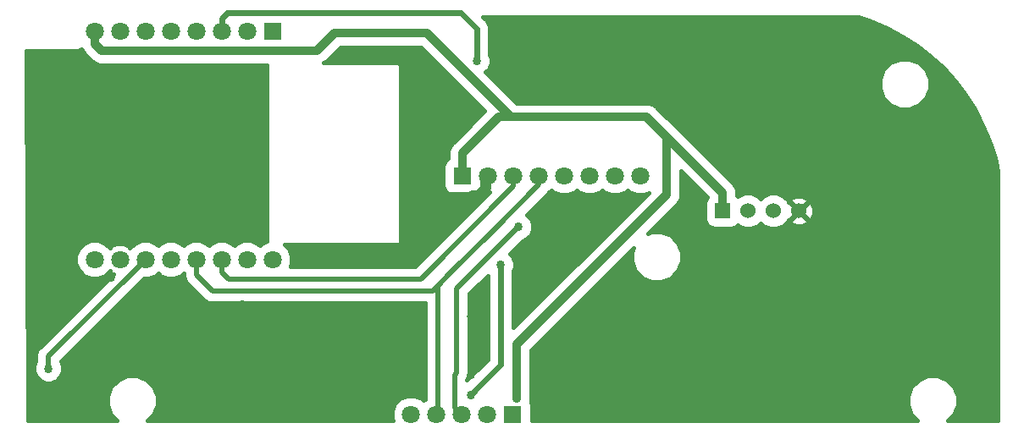
<source format=gbl>
G04 #@! TF.GenerationSoftware,KiCad,Pcbnew,5.0.0-rc2-be01b52~65~ubuntu16.04.1*
G04 #@! TF.CreationDate,2018-06-25T12:20:31+02:00*
G04 #@! TF.ProjectId,Firefly,46697265666C792E6B696361645F7063,rev?*
G04 #@! TF.SameCoordinates,Original*
G04 #@! TF.FileFunction,Copper,L2,Bot,Signal*
G04 #@! TF.FilePolarity,Positive*
%FSLAX46Y46*%
G04 Gerber Fmt 4.6, Leading zero omitted, Abs format (unit mm)*
G04 Created by KiCad (PCBNEW 5.0.0-rc2-be01b52~65~ubuntu16.04.1) date Mon Jun 25 12:20:31 2018*
%MOMM*%
%LPD*%
G01*
G04 APERTURE LIST*
G04 #@! TA.AperFunction,ComponentPad*
%ADD10C,1.800000*%
G04 #@! TD*
G04 #@! TA.AperFunction,ComponentPad*
%ADD11R,1.800000X1.800000*%
G04 #@! TD*
G04 #@! TA.AperFunction,ComponentPad*
%ADD12R,1.524000X1.524000*%
G04 #@! TD*
G04 #@! TA.AperFunction,ComponentPad*
%ADD13C,1.524000*%
G04 #@! TD*
G04 #@! TA.AperFunction,ViaPad*
%ADD14C,0.863600*%
G04 #@! TD*
G04 #@! TA.AperFunction,Conductor*
%ADD15C,0.812800*%
G04 #@! TD*
G04 #@! TA.AperFunction,Conductor*
%ADD16C,0.609600*%
G04 #@! TD*
G04 #@! TA.AperFunction,Conductor*
%ADD17C,0.508000*%
G04 #@! TD*
G04 #@! TA.AperFunction,Conductor*
%ADD18C,0.400000*%
G04 #@! TD*
G04 APERTURE END LIST*
D10*
G04 #@! TO.P,MD1,5*
G04 #@! TO.N,Net-(MD1-Pad5)*
X139840000Y-140400000D03*
G04 #@! TO.P,MD1,4*
G04 #@! TO.N,/SDA*
X142380000Y-140400000D03*
G04 #@! TO.P,MD1,3*
G04 #@! TO.N,/SCL*
X144920000Y-140400000D03*
G04 #@! TO.P,MD1,2*
G04 #@! TO.N,GND*
X147460000Y-140400000D03*
D11*
G04 #@! TO.P,MD1,1*
G04 #@! TO.N,+3V3*
X150000000Y-140400000D03*
G04 #@! TD*
D10*
G04 #@! TO.P,MD2,8*
G04 #@! TO.N,Net-(MD2-Pad8)*
X162780000Y-116500000D03*
G04 #@! TO.P,MD2,7*
G04 #@! TO.N,Net-(MD2-Pad7)*
X160240000Y-116500000D03*
G04 #@! TO.P,MD2,6*
G04 #@! TO.N,Net-(MD2-Pad6)*
X157700000Y-116500000D03*
G04 #@! TO.P,MD2,5*
G04 #@! TO.N,Net-(MD2-Pad5)*
X155160000Y-116500000D03*
G04 #@! TO.P,MD2,4*
G04 #@! TO.N,/SDA*
X152620000Y-116500000D03*
G04 #@! TO.P,MD2,3*
G04 #@! TO.N,/SCL*
X150080000Y-116500000D03*
G04 #@! TO.P,MD2,2*
G04 #@! TO.N,GND*
X147540000Y-116500000D03*
D11*
G04 #@! TO.P,MD2,1*
G04 #@! TO.N,+3V3*
X145000000Y-116500000D03*
G04 #@! TD*
D12*
G04 #@! TO.P,U1,1*
G04 #@! TO.N,+3V3*
X171000000Y-120000000D03*
D13*
G04 #@! TO.P,U1,2*
G04 #@! TO.N,/D6*
X173540000Y-120000000D03*
G04 #@! TO.P,U1,3*
G04 #@! TO.N,N/C*
X176080000Y-120000000D03*
G04 #@! TO.P,U1,4*
G04 #@! TO.N,GND*
X178620000Y-120000000D03*
G04 #@! TD*
D11*
G04 #@! TO.P,U2,1*
G04 #@! TO.N,Net-(U2-Pad1)*
X126000000Y-102000000D03*
D10*
G04 #@! TO.P,U2,2*
G04 #@! TO.N,Net-(U2-Pad2)*
X123460000Y-102000000D03*
G04 #@! TO.P,U2,3*
G04 #@! TO.N,Net-(C3-Pad1)*
X120920000Y-102000000D03*
G04 #@! TO.P,U2,4*
G04 #@! TO.N,Net-(U2-Pad4)*
X118380000Y-102000000D03*
G04 #@! TO.P,U2,5*
G04 #@! TO.N,/D6*
X115840000Y-102000000D03*
G04 #@! TO.P,U2,6*
G04 #@! TO.N,Net-(MD2-Pad7)*
X113300000Y-102000000D03*
G04 #@! TO.P,U2,7*
G04 #@! TO.N,Net-(MD2-Pad6)*
X110760000Y-102000000D03*
G04 #@! TO.P,U2,8*
G04 #@! TO.N,+3V3*
X108220000Y-102000000D03*
G04 #@! TO.P,U2,16*
G04 #@! TO.N,Net-(U2-Pad16)*
X126000000Y-124860000D03*
G04 #@! TO.P,U2,15*
G04 #@! TO.N,N/C*
X123460000Y-124860000D03*
G04 #@! TO.P,U2,14*
G04 #@! TO.N,/SCL*
X120920000Y-124860000D03*
G04 #@! TO.P,U2,13*
G04 #@! TO.N,/SDA*
X118380000Y-124860000D03*
G04 #@! TO.P,U2,12*
G04 #@! TO.N,Net-(MD2-Pad5)*
X115840000Y-124860000D03*
G04 #@! TO.P,U2,11*
G04 #@! TO.N,/D4*
X113300000Y-124860000D03*
G04 #@! TO.P,U2,10*
G04 #@! TO.N,GND*
X110760000Y-124860000D03*
G04 #@! TO.P,U2,9*
G04 #@! TO.N,+5V*
X108220000Y-124860000D03*
G04 #@! TD*
D14*
G04 #@! TO.N,+3V3*
X150400000Y-138800000D03*
G04 #@! TO.N,GND*
X152800000Y-120800000D03*
X152800000Y-122400000D03*
X154800000Y-125400000D03*
X142000000Y-121800000D03*
X140400000Y-130400000D03*
X105800000Y-129200000D03*
X107000000Y-127600000D03*
X111200000Y-130600000D03*
X121387200Y-130700000D03*
X131400000Y-130800000D03*
X110800000Y-122600000D03*
X195600000Y-137000000D03*
X196800000Y-137400000D03*
X186800000Y-137400004D03*
X176800000Y-137400000D03*
X166800000Y-137400000D03*
X155780400Y-136300000D03*
X145800000Y-136400000D03*
X145800000Y-130600000D03*
X125600000Y-136200000D03*
X105380400Y-136300000D03*
X113000000Y-129400000D03*
X123000000Y-129400000D03*
X109860001Y-126660001D03*
X140200000Y-114200000D03*
G04 #@! TO.N,Net-(C3-Pad1)*
X146400000Y-105000000D03*
G04 #@! TO.N,/D4*
X103600000Y-135800000D03*
G04 #@! TO.N,Net-(MD1-Pad5)*
X145800000Y-138400000D03*
X148800000Y-125400000D03*
G04 #@! TO.N,/SCL*
X150600000Y-121600000D03*
G04 #@! TD*
D15*
G04 #@! TO.N,+3V3*
X165400000Y-112600000D02*
X165400000Y-118400000D01*
X150400000Y-138189343D02*
X150400000Y-138800000D01*
X165400000Y-118400000D02*
X150400000Y-133400000D01*
X150400000Y-133400000D02*
X150400000Y-138189343D01*
X163400000Y-110600000D02*
X165400000Y-112600000D01*
X145000000Y-116500000D02*
X145000000Y-114200000D01*
X148600000Y-110600000D02*
X149800000Y-110600000D01*
X145000000Y-114200000D02*
X148600000Y-110600000D01*
X163400000Y-110600000D02*
X149800000Y-110600000D01*
X141400000Y-102200000D02*
X149800000Y-110600000D01*
X132200000Y-102200000D02*
X141400000Y-102200000D01*
X130400000Y-104000000D02*
X132200000Y-102200000D01*
X108947208Y-104000000D02*
X130400000Y-104000000D01*
X108220000Y-102000000D02*
X108220000Y-103272792D01*
X108220000Y-103272792D02*
X108947208Y-104000000D01*
X163400000Y-110600000D02*
X171000000Y-118200000D01*
X171000000Y-118200000D02*
X171000000Y-120000000D01*
G04 #@! TO.N,GND*
X146600000Y-118400000D02*
X145991522Y-118400000D01*
X147200000Y-117800000D02*
X146600000Y-118400000D01*
X147200000Y-116840000D02*
X147200000Y-117800000D01*
X147540000Y-116500000D02*
X147200000Y-116840000D01*
X145991522Y-118400000D02*
X142591522Y-121800000D01*
X142591522Y-121800000D02*
X142000000Y-121800000D01*
X154800000Y-125400000D02*
X152800000Y-123400000D01*
X152800000Y-123400000D02*
X152800000Y-123010657D01*
X152800000Y-123010657D02*
X152800000Y-122400000D01*
D16*
X146200000Y-135800000D02*
X146231799Y-135831799D01*
X146231799Y-135831799D02*
X146231799Y-135968201D01*
X146231799Y-135968201D02*
X145800000Y-136400000D01*
X145800000Y-130600000D02*
X145800000Y-136400000D01*
X125600000Y-136200000D02*
X123000000Y-133600000D01*
X123000000Y-133600000D02*
X123000000Y-129400000D01*
X146800000Y-118400000D02*
X147540000Y-117660000D01*
X147540000Y-117660000D02*
X147540000Y-116500000D01*
X140200000Y-116400000D02*
X142200000Y-118400000D01*
X142200000Y-118400000D02*
X146800000Y-118400000D01*
X140200000Y-114200000D02*
X140200000Y-116400000D01*
G04 #@! TO.N,Net-(C3-Pad1)*
X144800000Y-100200000D02*
X146400000Y-101800000D01*
X146400000Y-101800000D02*
X146400000Y-105000000D01*
X121447208Y-100200000D02*
X144800000Y-100200000D01*
X120920000Y-102000000D02*
X120920000Y-100727208D01*
X120920000Y-100727208D02*
X121447208Y-100200000D01*
D17*
G04 #@! TO.N,/D4*
X113300000Y-124860000D02*
X103600000Y-134560000D01*
X103600000Y-135189343D02*
X103600000Y-135800000D01*
X103600000Y-134560000D02*
X103600000Y-135189343D01*
D16*
G04 #@! TO.N,Net-(MD1-Pad5)*
X148800000Y-125400000D02*
X148800000Y-135400000D01*
X148800000Y-135400000D02*
X146231799Y-137968201D01*
X146231799Y-137968201D02*
X145800000Y-138400000D01*
D17*
G04 #@! TO.N,/SDA*
X118380000Y-124860000D02*
X118380000Y-126380000D01*
X118380000Y-126380000D02*
X120000000Y-128000000D01*
X120000000Y-128000000D02*
X142000000Y-128000000D01*
X142000000Y-128000000D02*
X143800000Y-126200000D01*
X142500000Y-127500000D02*
X143800000Y-126200000D01*
X143800000Y-126200000D02*
X148000000Y-122000000D01*
X142380000Y-140400000D02*
X142500000Y-140280000D01*
X142500000Y-140280000D02*
X142500000Y-127500000D01*
X152620000Y-117380000D02*
X152620000Y-116500000D01*
X148000000Y-122000000D02*
X152620000Y-117380000D01*
G04 #@! TO.N,/SCL*
X144200000Y-136400000D02*
X144400000Y-136200000D01*
X144400000Y-136200000D02*
X144400000Y-127800000D01*
X144200000Y-139680000D02*
X144200000Y-136400000D01*
X150168201Y-122031799D02*
X150600000Y-121600000D01*
X144920000Y-140400000D02*
X144200000Y-139680000D01*
X144400000Y-127800000D02*
X150168201Y-122031799D01*
X120920000Y-126132792D02*
X121587208Y-126800000D01*
X121587208Y-126800000D02*
X140800000Y-126800000D01*
X140800000Y-126800000D02*
X150080000Y-117520000D01*
X120920000Y-124860000D02*
X120920000Y-126132792D01*
X150080000Y-117520000D02*
X150080000Y-116500000D01*
G04 #@! TD*
D18*
G04 #@! TO.N,GND*
G36*
X185832897Y-101006557D02*
X187428820Y-101693783D01*
X188960227Y-102514825D01*
X190415885Y-103463662D01*
X191785191Y-104533378D01*
X193058109Y-105716138D01*
X194225352Y-107003308D01*
X195278383Y-108385476D01*
X196209504Y-109852536D01*
X197011913Y-111393775D01*
X197679741Y-112997922D01*
X198208108Y-114653249D01*
X198507400Y-115970308D01*
X198537957Y-120800633D01*
X198537957Y-141000000D01*
X193535534Y-141000000D01*
X194119398Y-140416136D01*
X194500000Y-139497281D01*
X194500000Y-138502719D01*
X194119398Y-137583864D01*
X193416136Y-136880602D01*
X192497281Y-136500000D01*
X191502719Y-136500000D01*
X190583864Y-136880602D01*
X189880602Y-137583864D01*
X189500000Y-138502719D01*
X189500000Y-139497281D01*
X189880602Y-140416136D01*
X190464466Y-141000000D01*
X151919591Y-141000000D01*
X151919591Y-139500000D01*
X151841979Y-139109819D01*
X151829299Y-139090842D01*
X151831800Y-139084803D01*
X151831800Y-138515197D01*
X151806400Y-138453876D01*
X151806400Y-133982548D01*
X162051158Y-123737792D01*
X161900000Y-124102719D01*
X161900000Y-125097281D01*
X162280602Y-126016136D01*
X162983864Y-126719398D01*
X163902719Y-127100000D01*
X164897281Y-127100000D01*
X165816136Y-126719398D01*
X166519398Y-126016136D01*
X166900000Y-125097281D01*
X166900000Y-124102719D01*
X166519398Y-123183864D01*
X165816136Y-122480602D01*
X164897281Y-122100000D01*
X163902719Y-122100000D01*
X163537792Y-122251158D01*
X166296527Y-119492423D01*
X166413958Y-119413958D01*
X166724800Y-118948750D01*
X166806400Y-118538518D01*
X166806400Y-118538514D01*
X166833952Y-118400001D01*
X166806400Y-118261488D01*
X166806400Y-115995349D01*
X169441357Y-118630307D01*
X169296021Y-118847819D01*
X169218409Y-119238000D01*
X169218409Y-120762000D01*
X169296021Y-121152181D01*
X169517040Y-121482960D01*
X169847819Y-121703979D01*
X170238000Y-121781591D01*
X171762000Y-121781591D01*
X172152181Y-121703979D01*
X172482960Y-121482960D01*
X172502248Y-121454093D01*
X172541907Y-121493752D01*
X173189516Y-121762000D01*
X173890484Y-121762000D01*
X174538093Y-121493752D01*
X174810000Y-121221845D01*
X175081907Y-121493752D01*
X175729516Y-121762000D01*
X176430484Y-121762000D01*
X177078093Y-121493752D01*
X177573752Y-120998093D01*
X177584536Y-120972056D01*
X177724311Y-120972056D01*
X177783287Y-121243507D01*
X178322848Y-121469048D01*
X178907648Y-121470938D01*
X179448656Y-121248892D01*
X179456713Y-121243507D01*
X179515689Y-120972056D01*
X178620000Y-120076368D01*
X177724311Y-120972056D01*
X177584536Y-120972056D01*
X177618792Y-120889355D01*
X177647944Y-120895689D01*
X178543632Y-120000000D01*
X178696368Y-120000000D01*
X179592056Y-120895689D01*
X179863507Y-120836713D01*
X180089048Y-120297152D01*
X180090938Y-119712352D01*
X179868892Y-119171344D01*
X179863507Y-119163287D01*
X179592056Y-119104311D01*
X178696368Y-120000000D01*
X178543632Y-120000000D01*
X177647944Y-119104311D01*
X177618792Y-119110645D01*
X177584537Y-119027944D01*
X177724311Y-119027944D01*
X178620000Y-119923632D01*
X179515689Y-119027944D01*
X179456713Y-118756493D01*
X178917152Y-118530952D01*
X178332352Y-118529062D01*
X177791344Y-118751108D01*
X177783287Y-118756493D01*
X177724311Y-119027944D01*
X177584537Y-119027944D01*
X177573752Y-119001907D01*
X177078093Y-118506248D01*
X176430484Y-118238000D01*
X175729516Y-118238000D01*
X175081907Y-118506248D01*
X174810000Y-118778155D01*
X174538093Y-118506248D01*
X173890484Y-118238000D01*
X173189516Y-118238000D01*
X172541907Y-118506248D01*
X172502248Y-118545907D01*
X172482960Y-118517040D01*
X172406400Y-118465884D01*
X172406400Y-118338516D01*
X172433953Y-118199999D01*
X172389737Y-117977712D01*
X172324800Y-117651250D01*
X172013957Y-117186042D01*
X171896529Y-117107579D01*
X166492423Y-111703475D01*
X166413957Y-111586042D01*
X166296529Y-111507579D01*
X164492426Y-109703478D01*
X164413958Y-109586042D01*
X163948750Y-109275200D01*
X163538518Y-109193600D01*
X163538517Y-109193600D01*
X163400000Y-109166047D01*
X163261483Y-109193600D01*
X150382550Y-109193600D01*
X147991669Y-106802719D01*
X186700000Y-106802719D01*
X186700000Y-107797281D01*
X187080602Y-108716136D01*
X187783864Y-109419398D01*
X188702719Y-109800000D01*
X189697281Y-109800000D01*
X190616136Y-109419398D01*
X191319398Y-108716136D01*
X191700000Y-107797281D01*
X191700000Y-106802719D01*
X191319398Y-105883864D01*
X190616136Y-105180602D01*
X189697281Y-104800000D01*
X188702719Y-104800000D01*
X187783864Y-105180602D01*
X187080602Y-105883864D01*
X186700000Y-106802719D01*
X147991669Y-106802719D01*
X147306911Y-106117961D01*
X147613822Y-105811050D01*
X147831800Y-105284803D01*
X147831800Y-104715197D01*
X147704800Y-104408591D01*
X147704800Y-101928507D01*
X147730362Y-101800000D01*
X147700774Y-101651251D01*
X147629094Y-101290893D01*
X147425400Y-100986043D01*
X147413502Y-100968236D01*
X147340708Y-100859292D01*
X147231764Y-100786499D01*
X147045265Y-100600000D01*
X184610550Y-100600000D01*
X185832897Y-101006557D01*
X185832897Y-101006557D01*
G37*
X185832897Y-101006557D02*
X187428820Y-101693783D01*
X188960227Y-102514825D01*
X190415885Y-103463662D01*
X191785191Y-104533378D01*
X193058109Y-105716138D01*
X194225352Y-107003308D01*
X195278383Y-108385476D01*
X196209504Y-109852536D01*
X197011913Y-111393775D01*
X197679741Y-112997922D01*
X198208108Y-114653249D01*
X198507400Y-115970308D01*
X198537957Y-120800633D01*
X198537957Y-141000000D01*
X193535534Y-141000000D01*
X194119398Y-140416136D01*
X194500000Y-139497281D01*
X194500000Y-138502719D01*
X194119398Y-137583864D01*
X193416136Y-136880602D01*
X192497281Y-136500000D01*
X191502719Y-136500000D01*
X190583864Y-136880602D01*
X189880602Y-137583864D01*
X189500000Y-138502719D01*
X189500000Y-139497281D01*
X189880602Y-140416136D01*
X190464466Y-141000000D01*
X151919591Y-141000000D01*
X151919591Y-139500000D01*
X151841979Y-139109819D01*
X151829299Y-139090842D01*
X151831800Y-139084803D01*
X151831800Y-138515197D01*
X151806400Y-138453876D01*
X151806400Y-133982548D01*
X162051158Y-123737792D01*
X161900000Y-124102719D01*
X161900000Y-125097281D01*
X162280602Y-126016136D01*
X162983864Y-126719398D01*
X163902719Y-127100000D01*
X164897281Y-127100000D01*
X165816136Y-126719398D01*
X166519398Y-126016136D01*
X166900000Y-125097281D01*
X166900000Y-124102719D01*
X166519398Y-123183864D01*
X165816136Y-122480602D01*
X164897281Y-122100000D01*
X163902719Y-122100000D01*
X163537792Y-122251158D01*
X166296527Y-119492423D01*
X166413958Y-119413958D01*
X166724800Y-118948750D01*
X166806400Y-118538518D01*
X166806400Y-118538514D01*
X166833952Y-118400001D01*
X166806400Y-118261488D01*
X166806400Y-115995349D01*
X169441357Y-118630307D01*
X169296021Y-118847819D01*
X169218409Y-119238000D01*
X169218409Y-120762000D01*
X169296021Y-121152181D01*
X169517040Y-121482960D01*
X169847819Y-121703979D01*
X170238000Y-121781591D01*
X171762000Y-121781591D01*
X172152181Y-121703979D01*
X172482960Y-121482960D01*
X172502248Y-121454093D01*
X172541907Y-121493752D01*
X173189516Y-121762000D01*
X173890484Y-121762000D01*
X174538093Y-121493752D01*
X174810000Y-121221845D01*
X175081907Y-121493752D01*
X175729516Y-121762000D01*
X176430484Y-121762000D01*
X177078093Y-121493752D01*
X177573752Y-120998093D01*
X177584536Y-120972056D01*
X177724311Y-120972056D01*
X177783287Y-121243507D01*
X178322848Y-121469048D01*
X178907648Y-121470938D01*
X179448656Y-121248892D01*
X179456713Y-121243507D01*
X179515689Y-120972056D01*
X178620000Y-120076368D01*
X177724311Y-120972056D01*
X177584536Y-120972056D01*
X177618792Y-120889355D01*
X177647944Y-120895689D01*
X178543632Y-120000000D01*
X178696368Y-120000000D01*
X179592056Y-120895689D01*
X179863507Y-120836713D01*
X180089048Y-120297152D01*
X180090938Y-119712352D01*
X179868892Y-119171344D01*
X179863507Y-119163287D01*
X179592056Y-119104311D01*
X178696368Y-120000000D01*
X178543632Y-120000000D01*
X177647944Y-119104311D01*
X177618792Y-119110645D01*
X177584537Y-119027944D01*
X177724311Y-119027944D01*
X178620000Y-119923632D01*
X179515689Y-119027944D01*
X179456713Y-118756493D01*
X178917152Y-118530952D01*
X178332352Y-118529062D01*
X177791344Y-118751108D01*
X177783287Y-118756493D01*
X177724311Y-119027944D01*
X177584537Y-119027944D01*
X177573752Y-119001907D01*
X177078093Y-118506248D01*
X176430484Y-118238000D01*
X175729516Y-118238000D01*
X175081907Y-118506248D01*
X174810000Y-118778155D01*
X174538093Y-118506248D01*
X173890484Y-118238000D01*
X173189516Y-118238000D01*
X172541907Y-118506248D01*
X172502248Y-118545907D01*
X172482960Y-118517040D01*
X172406400Y-118465884D01*
X172406400Y-118338516D01*
X172433953Y-118199999D01*
X172389737Y-117977712D01*
X172324800Y-117651250D01*
X172013957Y-117186042D01*
X171896529Y-117107579D01*
X166492423Y-111703475D01*
X166413957Y-111586042D01*
X166296529Y-111507579D01*
X164492426Y-109703478D01*
X164413958Y-109586042D01*
X163948750Y-109275200D01*
X163538518Y-109193600D01*
X163538517Y-109193600D01*
X163400000Y-109166047D01*
X163261483Y-109193600D01*
X150382550Y-109193600D01*
X147991669Y-106802719D01*
X186700000Y-106802719D01*
X186700000Y-107797281D01*
X187080602Y-108716136D01*
X187783864Y-109419398D01*
X188702719Y-109800000D01*
X189697281Y-109800000D01*
X190616136Y-109419398D01*
X191319398Y-108716136D01*
X191700000Y-107797281D01*
X191700000Y-106802719D01*
X191319398Y-105883864D01*
X190616136Y-105180602D01*
X189697281Y-104800000D01*
X188702719Y-104800000D01*
X187783864Y-105180602D01*
X187080602Y-105883864D01*
X186700000Y-106802719D01*
X147991669Y-106802719D01*
X147306911Y-106117961D01*
X147613822Y-105811050D01*
X147831800Y-105284803D01*
X147831800Y-104715197D01*
X147704800Y-104408591D01*
X147704800Y-101928507D01*
X147730362Y-101800000D01*
X147700774Y-101651251D01*
X147629094Y-101290893D01*
X147425400Y-100986043D01*
X147413502Y-100968236D01*
X147340708Y-100859292D01*
X147231764Y-100786499D01*
X147045265Y-100600000D01*
X184610550Y-100600000D01*
X185832897Y-101006557D01*
G36*
X106895200Y-103821542D02*
X107206043Y-104286750D01*
X107323476Y-104365216D01*
X107854783Y-104896524D01*
X107933250Y-105013958D01*
X108398458Y-105324800D01*
X108808690Y-105406400D01*
X108808694Y-105406400D01*
X108947207Y-105433952D01*
X109085720Y-105406400D01*
X125400000Y-105406400D01*
X125400000Y-123051983D01*
X124923737Y-123249258D01*
X124730000Y-123442995D01*
X124536263Y-123249258D01*
X123837933Y-122960000D01*
X123082067Y-122960000D01*
X122383737Y-123249258D01*
X122190000Y-123442995D01*
X121996263Y-123249258D01*
X121297933Y-122960000D01*
X120542067Y-122960000D01*
X119843737Y-123249258D01*
X119650000Y-123442995D01*
X119456263Y-123249258D01*
X118757933Y-122960000D01*
X118002067Y-122960000D01*
X117303737Y-123249258D01*
X117110000Y-123442995D01*
X116916263Y-123249258D01*
X116217933Y-122960000D01*
X115462067Y-122960000D01*
X114763737Y-123249258D01*
X114570000Y-123442995D01*
X114376263Y-123249258D01*
X113677933Y-122960000D01*
X112922067Y-122960000D01*
X112223737Y-123249258D01*
X111740450Y-123732545D01*
X111679465Y-123502594D01*
X111090018Y-123254056D01*
X110450329Y-123250009D01*
X109857784Y-123491068D01*
X109840535Y-123502594D01*
X109779550Y-123732545D01*
X109296263Y-123249258D01*
X108597933Y-122960000D01*
X107842067Y-122960000D01*
X107143737Y-123249258D01*
X106609258Y-123783737D01*
X106320000Y-124482067D01*
X106320000Y-125237933D01*
X106609258Y-125936263D01*
X107143737Y-126470742D01*
X107842067Y-126760000D01*
X108597933Y-126760000D01*
X109296263Y-126470742D01*
X109779550Y-125987455D01*
X109840535Y-126217406D01*
X110071701Y-126314876D01*
X102800621Y-133585956D01*
X102695917Y-133655917D01*
X102418758Y-134070715D01*
X102346000Y-134436494D01*
X102346000Y-134436498D01*
X102321434Y-134560000D01*
X102346000Y-134683502D01*
X102346000Y-135085949D01*
X102168200Y-135515197D01*
X102168200Y-136084803D01*
X102386178Y-136611050D01*
X102788950Y-137013822D01*
X103315197Y-137231800D01*
X103884803Y-137231800D01*
X104411050Y-137013822D01*
X104813822Y-136611050D01*
X105031800Y-136084803D01*
X105031800Y-135515197D01*
X104854000Y-135085949D01*
X104854000Y-135079423D01*
X113173423Y-126760000D01*
X113677933Y-126760000D01*
X114376263Y-126470742D01*
X114570000Y-126277005D01*
X114763737Y-126470742D01*
X115462067Y-126760000D01*
X116217933Y-126760000D01*
X116916263Y-126470742D01*
X117110000Y-126277005D01*
X117119943Y-126286948D01*
X117101434Y-126380000D01*
X117126000Y-126503502D01*
X117126000Y-126503507D01*
X117198759Y-126869286D01*
X117405956Y-127179379D01*
X117405959Y-127179382D01*
X117475918Y-127284083D01*
X117580619Y-127354042D01*
X119025958Y-128799381D01*
X119095917Y-128904083D01*
X119200618Y-128974042D01*
X119200620Y-128974044D01*
X119357049Y-129078566D01*
X119510714Y-129181242D01*
X119876493Y-129254000D01*
X119876498Y-129254000D01*
X120000000Y-129278566D01*
X120123502Y-129254000D01*
X141246001Y-129254000D01*
X141246000Y-138846995D01*
X141110000Y-138982995D01*
X140916263Y-138789258D01*
X140217933Y-138500000D01*
X139462067Y-138500000D01*
X138763737Y-138789258D01*
X138229258Y-139323737D01*
X137940000Y-140022067D01*
X137940000Y-140777933D01*
X138031983Y-141000000D01*
X113535534Y-141000000D01*
X114119398Y-140416136D01*
X114500000Y-139497281D01*
X114500000Y-138502719D01*
X114119398Y-137583864D01*
X113416136Y-136880602D01*
X112497281Y-136500000D01*
X111502719Y-136500000D01*
X110583864Y-136880602D01*
X109880602Y-137583864D01*
X109500000Y-138502719D01*
X109500000Y-139497281D01*
X109880602Y-140416136D01*
X110464466Y-141000000D01*
X101537227Y-141000000D01*
X101401740Y-103975000D01*
X106207966Y-103975000D01*
X106327974Y-103995702D01*
X106523141Y-103951674D01*
X106719444Y-103912627D01*
X106731276Y-103904721D01*
X106745151Y-103901591D01*
X106890692Y-103798876D01*
X106895200Y-103821542D01*
X106895200Y-103821542D01*
G37*
X106895200Y-103821542D02*
X107206043Y-104286750D01*
X107323476Y-104365216D01*
X107854783Y-104896524D01*
X107933250Y-105013958D01*
X108398458Y-105324800D01*
X108808690Y-105406400D01*
X108808694Y-105406400D01*
X108947207Y-105433952D01*
X109085720Y-105406400D01*
X125400000Y-105406400D01*
X125400000Y-123051983D01*
X124923737Y-123249258D01*
X124730000Y-123442995D01*
X124536263Y-123249258D01*
X123837933Y-122960000D01*
X123082067Y-122960000D01*
X122383737Y-123249258D01*
X122190000Y-123442995D01*
X121996263Y-123249258D01*
X121297933Y-122960000D01*
X120542067Y-122960000D01*
X119843737Y-123249258D01*
X119650000Y-123442995D01*
X119456263Y-123249258D01*
X118757933Y-122960000D01*
X118002067Y-122960000D01*
X117303737Y-123249258D01*
X117110000Y-123442995D01*
X116916263Y-123249258D01*
X116217933Y-122960000D01*
X115462067Y-122960000D01*
X114763737Y-123249258D01*
X114570000Y-123442995D01*
X114376263Y-123249258D01*
X113677933Y-122960000D01*
X112922067Y-122960000D01*
X112223737Y-123249258D01*
X111740450Y-123732545D01*
X111679465Y-123502594D01*
X111090018Y-123254056D01*
X110450329Y-123250009D01*
X109857784Y-123491068D01*
X109840535Y-123502594D01*
X109779550Y-123732545D01*
X109296263Y-123249258D01*
X108597933Y-122960000D01*
X107842067Y-122960000D01*
X107143737Y-123249258D01*
X106609258Y-123783737D01*
X106320000Y-124482067D01*
X106320000Y-125237933D01*
X106609258Y-125936263D01*
X107143737Y-126470742D01*
X107842067Y-126760000D01*
X108597933Y-126760000D01*
X109296263Y-126470742D01*
X109779550Y-125987455D01*
X109840535Y-126217406D01*
X110071701Y-126314876D01*
X102800621Y-133585956D01*
X102695917Y-133655917D01*
X102418758Y-134070715D01*
X102346000Y-134436494D01*
X102346000Y-134436498D01*
X102321434Y-134560000D01*
X102346000Y-134683502D01*
X102346000Y-135085949D01*
X102168200Y-135515197D01*
X102168200Y-136084803D01*
X102386178Y-136611050D01*
X102788950Y-137013822D01*
X103315197Y-137231800D01*
X103884803Y-137231800D01*
X104411050Y-137013822D01*
X104813822Y-136611050D01*
X105031800Y-136084803D01*
X105031800Y-135515197D01*
X104854000Y-135085949D01*
X104854000Y-135079423D01*
X113173423Y-126760000D01*
X113677933Y-126760000D01*
X114376263Y-126470742D01*
X114570000Y-126277005D01*
X114763737Y-126470742D01*
X115462067Y-126760000D01*
X116217933Y-126760000D01*
X116916263Y-126470742D01*
X117110000Y-126277005D01*
X117119943Y-126286948D01*
X117101434Y-126380000D01*
X117126000Y-126503502D01*
X117126000Y-126503507D01*
X117198759Y-126869286D01*
X117405956Y-127179379D01*
X117405959Y-127179382D01*
X117475918Y-127284083D01*
X117580619Y-127354042D01*
X119025958Y-128799381D01*
X119095917Y-128904083D01*
X119200618Y-128974042D01*
X119200620Y-128974044D01*
X119357049Y-129078566D01*
X119510714Y-129181242D01*
X119876493Y-129254000D01*
X119876498Y-129254000D01*
X120000000Y-129278566D01*
X120123502Y-129254000D01*
X141246001Y-129254000D01*
X141246000Y-138846995D01*
X141110000Y-138982995D01*
X140916263Y-138789258D01*
X140217933Y-138500000D01*
X139462067Y-138500000D01*
X138763737Y-138789258D01*
X138229258Y-139323737D01*
X137940000Y-140022067D01*
X137940000Y-140777933D01*
X138031983Y-141000000D01*
X113535534Y-141000000D01*
X114119398Y-140416136D01*
X114500000Y-139497281D01*
X114500000Y-138502719D01*
X114119398Y-137583864D01*
X113416136Y-136880602D01*
X112497281Y-136500000D01*
X111502719Y-136500000D01*
X110583864Y-136880602D01*
X109880602Y-137583864D01*
X109500000Y-138502719D01*
X109500000Y-139497281D01*
X109880602Y-140416136D01*
X110464466Y-141000000D01*
X101537227Y-141000000D01*
X101401740Y-103975000D01*
X106207966Y-103975000D01*
X106327974Y-103995702D01*
X106523141Y-103951674D01*
X106719444Y-103912627D01*
X106731276Y-103904721D01*
X106745151Y-103901591D01*
X106890692Y-103798876D01*
X106895200Y-103821542D01*
G36*
X147550510Y-140385858D02*
X147536368Y-140400000D01*
X147550510Y-140414142D01*
X147474142Y-140490510D01*
X147460000Y-140476368D01*
X147445858Y-140490510D01*
X147369490Y-140414142D01*
X147383632Y-140400000D01*
X147369490Y-140385858D01*
X147445858Y-140309490D01*
X147460000Y-140323632D01*
X147474142Y-140309490D01*
X147550510Y-140385858D01*
X147550510Y-140385858D01*
G37*
X147550510Y-140385858D02*
X147536368Y-140400000D01*
X147550510Y-140414142D01*
X147474142Y-140490510D01*
X147460000Y-140476368D01*
X147445858Y-140490510D01*
X147369490Y-140414142D01*
X147383632Y-140400000D01*
X147369490Y-140385858D01*
X147445858Y-140309490D01*
X147460000Y-140323632D01*
X147474142Y-140309490D01*
X147550510Y-140385858D01*
G36*
X147495201Y-134859533D02*
X145454000Y-136900735D01*
X145454000Y-136879717D01*
X145581242Y-136689286D01*
X145654000Y-136323507D01*
X145654000Y-136323502D01*
X145678566Y-136200000D01*
X145654000Y-136076498D01*
X145654000Y-128319423D01*
X147495200Y-126478223D01*
X147495201Y-134859533D01*
X147495201Y-134859533D01*
G37*
X147495201Y-134859533D02*
X145454000Y-136900735D01*
X145454000Y-136879717D01*
X145581242Y-136689286D01*
X145654000Y-136323507D01*
X145654000Y-136323502D01*
X145678566Y-136200000D01*
X145654000Y-136076498D01*
X145654000Y-128319423D01*
X147495200Y-126478223D01*
X147495201Y-134859533D01*
G36*
X161703737Y-118110742D02*
X162402067Y-118400000D01*
X163157933Y-118400000D01*
X163590031Y-118221019D01*
X150104800Y-131706252D01*
X150104800Y-125991409D01*
X150231800Y-125684803D01*
X150231800Y-125115197D01*
X150013822Y-124588950D01*
X149699148Y-124274276D01*
X150981802Y-122991622D01*
X151411050Y-122813822D01*
X151813822Y-122411050D01*
X152031800Y-121884803D01*
X152031800Y-121315197D01*
X151813822Y-120788950D01*
X151411050Y-120386178D01*
X151394218Y-120379206D01*
X153419382Y-118354042D01*
X153524083Y-118284083D01*
X153594042Y-118179382D01*
X153594044Y-118179380D01*
X153618340Y-118143019D01*
X153696263Y-118110742D01*
X153890000Y-117917005D01*
X154083737Y-118110742D01*
X154782067Y-118400000D01*
X155537933Y-118400000D01*
X156236263Y-118110742D01*
X156430000Y-117917005D01*
X156623737Y-118110742D01*
X157322067Y-118400000D01*
X158077933Y-118400000D01*
X158776263Y-118110742D01*
X158970000Y-117917005D01*
X159163737Y-118110742D01*
X159862067Y-118400000D01*
X160617933Y-118400000D01*
X161316263Y-118110742D01*
X161510000Y-117917005D01*
X161703737Y-118110742D01*
X161703737Y-118110742D01*
G37*
X161703737Y-118110742D02*
X162402067Y-118400000D01*
X163157933Y-118400000D01*
X163590031Y-118221019D01*
X150104800Y-131706252D01*
X150104800Y-125991409D01*
X150231800Y-125684803D01*
X150231800Y-125115197D01*
X150013822Y-124588950D01*
X149699148Y-124274276D01*
X150981802Y-122991622D01*
X151411050Y-122813822D01*
X151813822Y-122411050D01*
X152031800Y-121884803D01*
X152031800Y-121315197D01*
X151813822Y-120788950D01*
X151411050Y-120386178D01*
X151394218Y-120379206D01*
X153419382Y-118354042D01*
X153524083Y-118284083D01*
X153594042Y-118179382D01*
X153594044Y-118179380D01*
X153618340Y-118143019D01*
X153696263Y-118110742D01*
X153890000Y-117917005D01*
X154083737Y-118110742D01*
X154782067Y-118400000D01*
X155537933Y-118400000D01*
X156236263Y-118110742D01*
X156430000Y-117917005D01*
X156623737Y-118110742D01*
X157322067Y-118400000D01*
X158077933Y-118400000D01*
X158776263Y-118110742D01*
X158970000Y-117917005D01*
X159163737Y-118110742D01*
X159862067Y-118400000D01*
X160617933Y-118400000D01*
X161316263Y-118110742D01*
X161510000Y-117917005D01*
X161703737Y-118110742D01*
G36*
X147211050Y-110000000D02*
X144103476Y-113107576D01*
X143986043Y-113186042D01*
X143700119Y-113613957D01*
X143675201Y-113651250D01*
X143566047Y-114200000D01*
X143593601Y-114338522D01*
X143593601Y-114735675D01*
X143379040Y-114879040D01*
X143158021Y-115209819D01*
X143080409Y-115600000D01*
X143080409Y-117400000D01*
X143158021Y-117790181D01*
X143379040Y-118120960D01*
X143709819Y-118341979D01*
X144100000Y-118419591D01*
X145900000Y-118419591D01*
X146290181Y-118341979D01*
X146620960Y-118120960D01*
X146758259Y-117915477D01*
X147209982Y-118105944D01*
X147717422Y-118109154D01*
X140280577Y-125546000D01*
X127772394Y-125546000D01*
X127900000Y-125237933D01*
X127900000Y-124482067D01*
X127610742Y-123783737D01*
X127227005Y-123400000D01*
X138600000Y-123400000D01*
X138676537Y-123384776D01*
X138741421Y-123341421D01*
X138784776Y-123276537D01*
X138800000Y-123200000D01*
X138800000Y-105400000D01*
X138784776Y-105323463D01*
X138741421Y-105258579D01*
X138676537Y-105215224D01*
X138600000Y-105200000D01*
X131135526Y-105200000D01*
X131413958Y-105013958D01*
X131492426Y-104896522D01*
X132782549Y-103606400D01*
X140817452Y-103606400D01*
X147211050Y-110000000D01*
X147211050Y-110000000D01*
G37*
X147211050Y-110000000D02*
X144103476Y-113107576D01*
X143986043Y-113186042D01*
X143700119Y-113613957D01*
X143675201Y-113651250D01*
X143566047Y-114200000D01*
X143593601Y-114338522D01*
X143593601Y-114735675D01*
X143379040Y-114879040D01*
X143158021Y-115209819D01*
X143080409Y-115600000D01*
X143080409Y-117400000D01*
X143158021Y-117790181D01*
X143379040Y-118120960D01*
X143709819Y-118341979D01*
X144100000Y-118419591D01*
X145900000Y-118419591D01*
X146290181Y-118341979D01*
X146620960Y-118120960D01*
X146758259Y-117915477D01*
X147209982Y-118105944D01*
X147717422Y-118109154D01*
X140280577Y-125546000D01*
X127772394Y-125546000D01*
X127900000Y-125237933D01*
X127900000Y-124482067D01*
X127610742Y-123783737D01*
X127227005Y-123400000D01*
X138600000Y-123400000D01*
X138676537Y-123384776D01*
X138741421Y-123341421D01*
X138784776Y-123276537D01*
X138800000Y-123200000D01*
X138800000Y-105400000D01*
X138784776Y-105323463D01*
X138741421Y-105258579D01*
X138676537Y-105215224D01*
X138600000Y-105200000D01*
X131135526Y-105200000D01*
X131413958Y-105013958D01*
X131492426Y-104896522D01*
X132782549Y-103606400D01*
X140817452Y-103606400D01*
X147211050Y-110000000D01*
G36*
X110850510Y-124845858D02*
X110836368Y-124860000D01*
X110850510Y-124874142D01*
X110774142Y-124950510D01*
X110760000Y-124936368D01*
X110745858Y-124950510D01*
X110669490Y-124874142D01*
X110683632Y-124860000D01*
X110669490Y-124845858D01*
X110745858Y-124769490D01*
X110760000Y-124783632D01*
X110774142Y-124769490D01*
X110850510Y-124845858D01*
X110850510Y-124845858D01*
G37*
X110850510Y-124845858D02*
X110836368Y-124860000D01*
X110850510Y-124874142D01*
X110774142Y-124950510D01*
X110760000Y-124936368D01*
X110745858Y-124950510D01*
X110669490Y-124874142D01*
X110683632Y-124860000D01*
X110669490Y-124845858D01*
X110745858Y-124769490D01*
X110760000Y-124783632D01*
X110774142Y-124769490D01*
X110850510Y-124845858D01*
G36*
X147630510Y-116485858D02*
X147616368Y-116500000D01*
X147630510Y-116514142D01*
X147554142Y-116590510D01*
X147540000Y-116576368D01*
X147525858Y-116590510D01*
X147449490Y-116514142D01*
X147463632Y-116500000D01*
X147449490Y-116485858D01*
X147525858Y-116409490D01*
X147540000Y-116423632D01*
X147554142Y-116409490D01*
X147630510Y-116485858D01*
X147630510Y-116485858D01*
G37*
X147630510Y-116485858D02*
X147616368Y-116500000D01*
X147630510Y-116514142D01*
X147554142Y-116590510D01*
X147540000Y-116576368D01*
X147525858Y-116590510D01*
X147449490Y-116514142D01*
X147463632Y-116500000D01*
X147449490Y-116485858D01*
X147525858Y-116409490D01*
X147540000Y-116423632D01*
X147554142Y-116409490D01*
X147630510Y-116485858D01*
G04 #@! TD*
M02*

</source>
